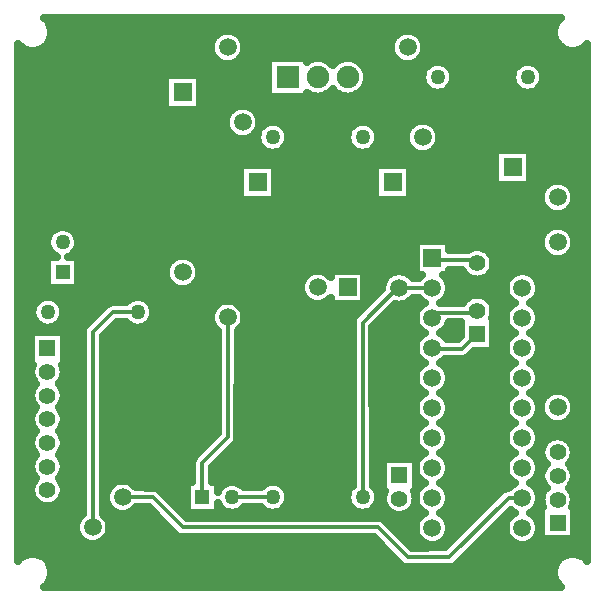
<source format=gbl>
G04 DipTrace 3.2.0.1*
G04 Bottom.gbl*
%MOIN*%
G04 #@! TF.FileFunction,Copper,L2,Bot*
G04 #@! TF.Part,Single*
G04 #@! TA.AperFunction,Conductor*
%ADD14C,0.012992*%
G04 #@! TA.AperFunction,CopperBalancing*
%ADD15C,0.025*%
G04 #@! TA.AperFunction,ComponentPad*
%ADD16R,0.055118X0.055118*%
%ADD17C,0.055118*%
%ADD18C,0.062992*%
%ADD19R,0.062992X0.062992*%
%ADD20C,0.05*%
%ADD21C,0.05*%
%ADD22R,0.059055X0.059055*%
%ADD23C,0.059055*%
%ADD24C,0.062992*%
%ADD25C,0.129921*%
%ADD26R,0.074803X0.074803*%
%ADD27C,0.074803*%
%ADD28R,0.05X0.05*%
%ADD29C,0.059055*%
%FSLAX26Y26*%
G04*
G70*
G90*
G75*
G01*
G04 Bottom*
%LPD*%
X1993701Y1843701D2*
D14*
X1843701Y1693701D1*
X1693701D1*
X1243701D1*
X1143701Y1493701D2*
Y1506345D1*
X1035894Y1614152D1*
X970100D1*
X887008Y1697244D1*
X2126421Y1541971D2*
X2105660D1*
X2008350Y1444661D1*
X1975411D1*
X1826421Y1541972D2*
Y1535629D1*
X1963184D1*
X1975411Y1523402D1*
X844252Y1360857D2*
X760857D1*
X693701Y1293701D1*
Y643701D1*
X1143701Y1343701D2*
Y943701D1*
X1059043Y859043D1*
Y743701D1*
X1826421Y1441972D2*
X1709390D1*
X1593701Y1326283D1*
Y743701D1*
X1293701D2*
X1159043D1*
X1826421Y1341972D2*
Y1359757D1*
X1969247D1*
X1975411Y1365921D1*
Y1287181D2*
X1973921D1*
X1924706Y1237966D1*
X1836869D1*
X1840875Y1241972D1*
X1826421D1*
X2126421Y741971D2*
X2081409D1*
X1883139Y543701D1*
X1743701D1*
X1643701Y643701D1*
X993701D1*
X893701Y743701D1*
X793701D1*
X553517Y2316962D2*
D15*
X2233889D1*
X558038Y2292093D2*
X1112975D1*
X1174421D2*
X1712994D1*
X1774404D2*
X2229368D1*
X552081Y2267224D2*
X1090368D1*
X1197028D2*
X1690351D1*
X1797047D2*
X2235324D1*
X448089Y2242356D2*
X456747D1*
X530658D2*
X1085200D1*
X1202195D2*
X1685184D1*
X1802214D2*
X2256711D1*
X2330681D2*
X2339317D1*
X448089Y2217487D2*
X1091695D1*
X1195700D2*
X1691679D1*
X1795719D2*
X2339317D1*
X448089Y2192618D2*
X1118214D1*
X1169181D2*
X1277324D1*
X1487295D2*
X1500093D1*
X1587304D2*
X1718197D1*
X1769201D2*
X1825132D1*
X1862285D2*
X2125124D1*
X2162276D2*
X2339317D1*
X448089Y2167749D2*
X1277324D1*
X1605390D2*
X1795671D1*
X1891745D2*
X2095663D1*
X2191737D2*
X2339317D1*
X448089Y2142881D2*
X933195D1*
X1054173D2*
X1277324D1*
X1610090D2*
X1789715D1*
X1897702D2*
X2089706D1*
X2197694D2*
X2339317D1*
X448089Y2118012D2*
X933195D1*
X1054173D2*
X1277324D1*
X1604708D2*
X1796569D1*
X1890812D2*
X2096560D1*
X2190840D2*
X2339317D1*
X448089Y2093143D2*
X933195D1*
X1054173D2*
X1277324D1*
X1485285D2*
X1502139D1*
X1585259D2*
X1831448D1*
X1855969D2*
X2131440D1*
X2155961D2*
X2339317D1*
X448089Y2068274D2*
X933195D1*
X1054173D2*
X2339317D1*
X448089Y2043406D2*
X933195D1*
X1054173D2*
X1165366D1*
X1222039D2*
X2339317D1*
X448089Y2018537D2*
X1141000D1*
X1246404D2*
X2339317D1*
X448089Y1993668D2*
X1135187D1*
X1252218D2*
X1278760D1*
X1308627D2*
X1578751D1*
X1608655D2*
X1765888D1*
X1821520D2*
X2339317D1*
X448089Y1968799D2*
X1141036D1*
X1341174D2*
X1546240D1*
X1641166D2*
X1741127D1*
X1846280D2*
X2339317D1*
X448089Y1943930D2*
X1165473D1*
X1221895D2*
X1239718D1*
X1347705D2*
X1539710D1*
X1647697D2*
X1735171D1*
X1852237D2*
X2339317D1*
X448089Y1919062D2*
X1245997D1*
X1341426D2*
X1545989D1*
X1641417D2*
X1740876D1*
X1846496D2*
X2339317D1*
X448089Y1894193D2*
X1277037D1*
X1310350D2*
X1577029D1*
X1610342D2*
X1764990D1*
X1822417D2*
X2033225D1*
X2154202D2*
X2339317D1*
X448089Y1869324D2*
X2033225D1*
X2154202D2*
X2339317D1*
X448089Y1844455D2*
X1183200D1*
X1304178D2*
X1633224D1*
X1754201D2*
X2033225D1*
X2154202D2*
X2339317D1*
X448089Y1819587D2*
X1183200D1*
X1304178D2*
X1633224D1*
X1754201D2*
X2033225D1*
X2154202D2*
X2339317D1*
X448089Y1794718D2*
X1183200D1*
X1304178D2*
X1633224D1*
X1754201D2*
X2033225D1*
X2154202D2*
X2218064D1*
X2269355D2*
X2339317D1*
X448089Y1769849D2*
X1183200D1*
X1304178D2*
X1633224D1*
X1754201D2*
X2191653D1*
X2295730D2*
X2339317D1*
X448089Y1744980D2*
X1183200D1*
X1304178D2*
X1633224D1*
X1754201D2*
X2185194D1*
X2302189D2*
X2339317D1*
X448089Y1720112D2*
X2190397D1*
X2297021D2*
X2339317D1*
X448089Y1695243D2*
X2213076D1*
X2274307D2*
X2339317D1*
X448089Y1670374D2*
X2339317D1*
X448089Y1645505D2*
X2219894D1*
X2267525D2*
X2339317D1*
X448089Y1620637D2*
X547332D1*
X640069D2*
X2192084D1*
X2295335D2*
X2339317D1*
X448089Y1595768D2*
X539761D1*
X647641D2*
X1767897D1*
X1884927D2*
X2185230D1*
X2302189D2*
X2339317D1*
X448089Y1570899D2*
X545036D1*
X642366D2*
X1767897D1*
X1884927D2*
X1947103D1*
X2003704D2*
X2190039D1*
X2297380D2*
X2339317D1*
X448089Y1546030D2*
X571734D1*
X615668D2*
X971196D1*
X1016207D2*
X1767897D1*
X2026993D2*
X2211784D1*
X2275634D2*
X2339317D1*
X448089Y1521161D2*
X539725D1*
X647677D2*
X942381D1*
X1045022D2*
X1767897D1*
X2031909D2*
X2339317D1*
X448089Y1496293D2*
X539725D1*
X647677D2*
X935240D1*
X1052163D2*
X1421902D1*
X1465513D2*
X1485166D1*
X1602232D2*
X1698497D1*
X1731810D2*
X1767897D1*
X1884927D2*
X1926146D1*
X2024660D2*
X2110232D1*
X2142612D2*
X2339317D1*
X448089Y1471424D2*
X539725D1*
X647677D2*
X939798D1*
X1047606D2*
X1392513D1*
X1602232D2*
X1664909D1*
X1876566D2*
X1958083D1*
X1992724D2*
X2076286D1*
X2176558D2*
X2339317D1*
X448089Y1446555D2*
X539725D1*
X647677D2*
X960933D1*
X1026470D2*
X1385264D1*
X1602232D2*
X1656800D1*
X1884748D2*
X2068104D1*
X2184740D2*
X2339317D1*
X448089Y1421686D2*
X1389678D1*
X1602232D2*
X1639934D1*
X1881124D2*
X2071693D1*
X2181151D2*
X2339317D1*
X448089Y1396818D2*
X504881D1*
X583623D2*
X804909D1*
X883615D2*
X1123417D1*
X1164014D2*
X1410526D1*
X1476853D2*
X1485166D1*
X1602232D2*
X1615066D1*
X1750649D2*
X1790755D1*
X1862069D2*
X1928551D1*
X2022256D2*
X2090747D1*
X2162061D2*
X2339317D1*
X448089Y1371949D2*
X491461D1*
X597044D2*
X722806D1*
X897036D2*
X1092808D1*
X1194587D2*
X1590199D1*
X1688533D2*
X1776581D1*
X2031622D2*
X2076609D1*
X2176235D2*
X2339317D1*
X448089Y1347080D2*
X492142D1*
X596362D2*
X697938D1*
X896354D2*
X1085272D1*
X1202123D2*
X1565582D1*
X1663666D2*
X1768148D1*
X2028572D2*
X2068140D1*
X2184704D2*
X2339317D1*
X448089Y1322211D2*
X507716D1*
X580788D2*
X673071D1*
X771369D2*
X807708D1*
X880780D2*
X1089471D1*
X1197925D2*
X1558226D1*
X1638798D2*
X1771485D1*
X1881339D2*
X1918862D1*
X2031945D2*
X2071513D1*
X2181331D2*
X2339317D1*
X448089Y1297343D2*
X658430D1*
X746502D2*
X1108202D1*
X1179193D2*
X1558226D1*
X1629181D2*
X1790073D1*
X1862787D2*
X1918862D1*
X2031945D2*
X2090065D1*
X2162779D2*
X2339317D1*
X448089Y1272474D2*
X486473D1*
X599592D2*
X658214D1*
X729205D2*
X1108202D1*
X1179193D2*
X1558226D1*
X1629181D2*
X1776940D1*
X1875921D2*
X1910070D1*
X2031945D2*
X2076932D1*
X2175912D2*
X2339317D1*
X448089Y1247605D2*
X486473D1*
X599592D2*
X658214D1*
X729205D2*
X1108202D1*
X1179193D2*
X1558226D1*
X1629181D2*
X1768184D1*
X2031945D2*
X2068176D1*
X2184668D2*
X2339317D1*
X448089Y1222736D2*
X486473D1*
X599592D2*
X658214D1*
X729205D2*
X1108202D1*
X1179193D2*
X1558226D1*
X1629181D2*
X1771306D1*
X1958634D2*
X2071298D1*
X2181546D2*
X2339317D1*
X448089Y1197867D2*
X486473D1*
X599592D2*
X658214D1*
X729205D2*
X1108202D1*
X1179193D2*
X1558226D1*
X1629181D2*
X1789392D1*
X1863469D2*
X2089383D1*
X2163461D2*
X2339317D1*
X448089Y1172999D2*
X487693D1*
X598372D2*
X658214D1*
X729205D2*
X1108202D1*
X1179193D2*
X1558226D1*
X1629181D2*
X1777263D1*
X1875562D2*
X2077290D1*
X2175553D2*
X2339317D1*
X448089Y1148130D2*
X488195D1*
X597869D2*
X658214D1*
X729205D2*
X1108202D1*
X1179193D2*
X1558226D1*
X1629181D2*
X1768256D1*
X1884605D2*
X2068248D1*
X2184596D2*
X2339317D1*
X448089Y1123261D2*
X502477D1*
X583587D2*
X658214D1*
X729205D2*
X1108202D1*
X1179193D2*
X1558226D1*
X1629181D2*
X1771127D1*
X1881734D2*
X2071118D1*
X2181726D2*
X2339317D1*
X448089Y1098392D2*
X488769D1*
X597331D2*
X658214D1*
X729205D2*
X1108202D1*
X1179193D2*
X1558226D1*
X1629181D2*
X1788710D1*
X1864115D2*
X2088738D1*
X2164106D2*
X2229081D1*
X2258338D2*
X2339317D1*
X448089Y1073524D2*
X487298D1*
X598766D2*
X658214D1*
X729205D2*
X1108202D1*
X1179193D2*
X1558226D1*
X1629181D2*
X1777622D1*
X1875203D2*
X2077649D1*
X2175195D2*
X2193771D1*
X2293612D2*
X2339317D1*
X448089Y1048655D2*
X498709D1*
X587355D2*
X658214D1*
X729205D2*
X1108202D1*
X1179193D2*
X1558226D1*
X1629181D2*
X1768292D1*
X1884533D2*
X2068319D1*
X2302009D2*
X2339317D1*
X448089Y1023786D2*
X490169D1*
X595896D2*
X658214D1*
X729205D2*
X1108202D1*
X1179193D2*
X1558226D1*
X1629181D2*
X1770947D1*
X1881913D2*
X2070939D1*
X2298564D2*
X2339317D1*
X448089Y998917D2*
X486724D1*
X599341D2*
X658214D1*
X729205D2*
X1108202D1*
X1179193D2*
X1558226D1*
X1629181D2*
X1788064D1*
X1864761D2*
X2088092D1*
X2164752D2*
X2207550D1*
X2279869D2*
X2339317D1*
X448089Y974049D2*
X495623D1*
X590441D2*
X658214D1*
X729205D2*
X1108202D1*
X1179193D2*
X1558226D1*
X1629181D2*
X1777981D1*
X1874844D2*
X2078008D1*
X2174836D2*
X2339317D1*
X448089Y949180D2*
X491999D1*
X594066D2*
X658214D1*
X729205D2*
X1100021D1*
X1179193D2*
X1558226D1*
X1629181D2*
X1768364D1*
X1884461D2*
X2068355D1*
X2184489D2*
X2339317D1*
X448089Y924311D2*
X486509D1*
X599592D2*
X658214D1*
X729205D2*
X1075153D1*
X1172878D2*
X1558226D1*
X1629181D2*
X1770768D1*
X1882093D2*
X2070760D1*
X2182084D2*
X2196641D1*
X2290742D2*
X2339317D1*
X448089Y899442D2*
X493111D1*
X592953D2*
X658214D1*
X729205D2*
X1050285D1*
X1148584D2*
X1558226D1*
X1629181D2*
X1787454D1*
X1865371D2*
X2087446D1*
X2165398D2*
X2187455D1*
X2299964D2*
X2339317D1*
X448089Y874574D2*
X494260D1*
X591841D2*
X658214D1*
X729205D2*
X1027427D1*
X1123716D2*
X1558226D1*
X1629181D2*
X1778375D1*
X1874485D2*
X2078367D1*
X2174477D2*
X2190649D1*
X2296770D2*
X2339317D1*
X448089Y849705D2*
X486580D1*
X599484D2*
X658214D1*
X729205D2*
X1023551D1*
X1098848D2*
X1558226D1*
X1629181D2*
X1659742D1*
X1884389D2*
X2068427D1*
X2184417D2*
X2199799D1*
X2287620D2*
X2339317D1*
X448089Y824836D2*
X491102D1*
X594963D2*
X658214D1*
X729205D2*
X1023551D1*
X1094542D2*
X1558226D1*
X1629181D2*
X1659742D1*
X1882272D2*
X2070580D1*
X2299354D2*
X2339317D1*
X448089Y799967D2*
X496987D1*
X589078D2*
X658214D1*
X729205D2*
X1023551D1*
X1094542D2*
X1558226D1*
X1629181D2*
X1659742D1*
X1772861D2*
X1786844D1*
X1865981D2*
X2086872D1*
X2165972D2*
X2189285D1*
X2298134D2*
X2339317D1*
X448089Y775098D2*
X486975D1*
X599125D2*
X658214D1*
X729205D2*
X744803D1*
X906330D2*
X1005035D1*
X1337012D2*
X1550403D1*
X1637004D2*
X1659742D1*
X1874090D2*
X2078762D1*
X2174082D2*
X2203639D1*
X2283744D2*
X2339317D1*
X448089Y750230D2*
X489451D1*
X596613D2*
X658214D1*
X936329D2*
X1005035D1*
X1347275D2*
X1540140D1*
X1647267D2*
X1660855D1*
X1884317D2*
X2040509D1*
X2298421D2*
X2339317D1*
X448089Y725361D2*
X507214D1*
X578851D2*
X658214D1*
X729205D2*
X738272D1*
X961197D2*
X1005035D1*
X1344332D2*
X1543083D1*
X1644324D2*
X1661608D1*
X1882416D2*
X2015641D1*
X2299139D2*
X2339317D1*
X448089Y700492D2*
X658214D1*
X729205D2*
X755532D1*
X831870D2*
X887766D1*
X986064D2*
X1005035D1*
X1113023D2*
X1128548D1*
X1189564D2*
X1263186D1*
X1324201D2*
X1563178D1*
X1624193D2*
X1676285D1*
X1756354D2*
X1786270D1*
X1866591D2*
X1990774D1*
X2166582D2*
X2187132D1*
X2300251D2*
X2339317D1*
X448089Y675623D2*
X645153D1*
X742231D2*
X912633D1*
X1654515D2*
X1779129D1*
X1873696D2*
X1965906D1*
X2064205D2*
X2079121D1*
X2173723D2*
X2187132D1*
X2300251D2*
X2339317D1*
X448089Y650755D2*
X635643D1*
X751777D2*
X937501D1*
X1685806D2*
X1768579D1*
X1884246D2*
X1941038D1*
X2039337D2*
X2068607D1*
X2300251D2*
X2339317D1*
X448089Y625886D2*
X638083D1*
X749301D2*
X962369D1*
X1710674D2*
X1770265D1*
X1882595D2*
X1916171D1*
X2014469D2*
X2070257D1*
X2300251D2*
X2339317D1*
X448089Y601017D2*
X654913D1*
X732471D2*
X1637243D1*
X1735542D2*
X1785696D1*
X1867129D2*
X1891303D1*
X1989602D2*
X2085687D1*
X2167157D2*
X2339317D1*
X448089Y576148D2*
X1662110D1*
X1964734D2*
X2339317D1*
X448089Y551280D2*
X468638D1*
X518781D2*
X1686978D1*
X1939866D2*
X2268625D1*
X2318767D2*
X2339317D1*
X548672Y526411D2*
X1711846D1*
X1914998D2*
X2238698D1*
X557536Y501542D2*
X2229870D1*
X555670Y476673D2*
X2231736D1*
X541675Y451805D2*
X2245695D1*
X2023484Y1341232D2*
X2029462D1*
Y1233130D1*
X1966557D1*
X1946130Y1212881D1*
X1941942Y1209839D1*
X1937330Y1207489D1*
X1932407Y1205889D1*
X1927294Y1205079D1*
X1868476Y1204978D1*
X1862803Y1199375D1*
X1855691Y1194208D1*
X1851854Y1191885D1*
X1859349Y1187292D1*
X1866033Y1181583D1*
X1871742Y1174899D1*
X1876335Y1167404D1*
X1879699Y1159282D1*
X1881751Y1150735D1*
X1882441Y1141971D1*
X1881751Y1133208D1*
X1879699Y1124660D1*
X1876335Y1116539D1*
X1871742Y1109044D1*
X1866033Y1102359D1*
X1859349Y1096650D1*
X1851682Y1091978D1*
X1859349Y1087292D1*
X1866033Y1081583D1*
X1871742Y1074899D1*
X1876335Y1067404D1*
X1879699Y1059282D1*
X1881751Y1050735D1*
X1882441Y1041971D1*
X1881751Y1033208D1*
X1879699Y1024660D1*
X1876335Y1016539D1*
X1871742Y1009044D1*
X1866033Y1002359D1*
X1859349Y996650D1*
X1851682Y991978D1*
X1859349Y987293D1*
X1866033Y981584D1*
X1871742Y974900D1*
X1876335Y967405D1*
X1879699Y959283D1*
X1881751Y950736D1*
X1882441Y941972D1*
X1881751Y933209D1*
X1879699Y924661D1*
X1876335Y916540D1*
X1871742Y909045D1*
X1866033Y902361D1*
X1859349Y896652D1*
X1851682Y891979D1*
X1859349Y887292D1*
X1866033Y881583D1*
X1871742Y874899D1*
X1876335Y867404D1*
X1879699Y859282D1*
X1881751Y850735D1*
X1882441Y841971D1*
X1881751Y833208D1*
X1879699Y824660D1*
X1876335Y816539D1*
X1871742Y809044D1*
X1866033Y802359D1*
X1859349Y796650D1*
X1851682Y791978D1*
X1859349Y787292D1*
X1866033Y781583D1*
X1871742Y774899D1*
X1876335Y767404D1*
X1879699Y759282D1*
X1881751Y750735D1*
X1882441Y741971D1*
X1881751Y733208D1*
X1879699Y724660D1*
X1876335Y716539D1*
X1871742Y709044D1*
X1866033Y702359D1*
X1859349Y696650D1*
X1851682Y691978D1*
X1859349Y687293D1*
X1866033Y681584D1*
X1871742Y674900D1*
X1876335Y667405D1*
X1879699Y659283D1*
X1881751Y650736D1*
X1882441Y641972D1*
X1881751Y633209D1*
X1879699Y624661D1*
X1876335Y616540D1*
X1871742Y609045D1*
X1866033Y602361D1*
X1859349Y596652D1*
X1851854Y592059D1*
X1843732Y588695D1*
X1835185Y586642D1*
X1826421Y585953D1*
X1817658Y586642D1*
X1809110Y588695D1*
X1800989Y592059D1*
X1793494Y596652D1*
X1786809Y602361D1*
X1781100Y609045D1*
X1776507Y616540D1*
X1773143Y624661D1*
X1771091Y633209D1*
X1770402Y641972D1*
X1771091Y650736D1*
X1773143Y659283D1*
X1776507Y667405D1*
X1781100Y674900D1*
X1786809Y681584D1*
X1793494Y687293D1*
X1801160Y691965D1*
X1793494Y696650D1*
X1786809Y702359D1*
X1781100Y709044D1*
X1776507Y716539D1*
X1773143Y724660D1*
X1771091Y733208D1*
X1770402Y741971D1*
X1771091Y750735D1*
X1773143Y759282D1*
X1776507Y767404D1*
X1781100Y774899D1*
X1786809Y781583D1*
X1793494Y787292D1*
X1801160Y791964D1*
X1793494Y796650D1*
X1786809Y802359D1*
X1781100Y809044D1*
X1776507Y816539D1*
X1773143Y824660D1*
X1771091Y833208D1*
X1770402Y841971D1*
X1771091Y850735D1*
X1773143Y859282D1*
X1776507Y867404D1*
X1781100Y874899D1*
X1786809Y881583D1*
X1793494Y887292D1*
X1801160Y891964D1*
X1793494Y896652D1*
X1786809Y902361D1*
X1781100Y909045D1*
X1776507Y916540D1*
X1773143Y924661D1*
X1771091Y933209D1*
X1770402Y941972D1*
X1771091Y950736D1*
X1773143Y959283D1*
X1776507Y967405D1*
X1781100Y974900D1*
X1786809Y981584D1*
X1793494Y987293D1*
X1801160Y991965D1*
X1793494Y996650D1*
X1786809Y1002359D1*
X1781100Y1009044D1*
X1776507Y1016539D1*
X1773143Y1024660D1*
X1771091Y1033208D1*
X1770402Y1041971D1*
X1771091Y1050735D1*
X1773143Y1059282D1*
X1776507Y1067404D1*
X1781100Y1074899D1*
X1786809Y1081583D1*
X1793494Y1087292D1*
X1801160Y1091964D1*
X1793494Y1096650D1*
X1786809Y1102359D1*
X1781100Y1109044D1*
X1776507Y1116539D1*
X1773143Y1124660D1*
X1771091Y1133208D1*
X1770402Y1141971D1*
X1771091Y1150735D1*
X1773143Y1159282D1*
X1776507Y1167404D1*
X1781100Y1174899D1*
X1786809Y1181583D1*
X1793494Y1187292D1*
X1801160Y1191964D1*
X1793494Y1196652D1*
X1786809Y1202361D1*
X1781100Y1209045D1*
X1776507Y1216540D1*
X1773143Y1224661D1*
X1771091Y1233209D1*
X1770402Y1241972D1*
X1771091Y1250736D1*
X1773143Y1259283D1*
X1776507Y1267405D1*
X1781100Y1274900D1*
X1786809Y1281584D1*
X1793494Y1287293D1*
X1801160Y1291965D1*
X1793494Y1296652D1*
X1786809Y1302361D1*
X1781100Y1309045D1*
X1776507Y1316540D1*
X1773143Y1324661D1*
X1771091Y1333209D1*
X1770402Y1341972D1*
X1771091Y1350736D1*
X1773143Y1359283D1*
X1776507Y1367405D1*
X1781100Y1374900D1*
X1786809Y1381584D1*
X1793494Y1387293D1*
X1801160Y1391965D1*
X1793494Y1396652D1*
X1786809Y1402361D1*
X1781154Y1408977D1*
X1760358Y1408984D1*
X1754764Y1402477D1*
X1748080Y1396768D1*
X1740585Y1392175D1*
X1732463Y1388811D1*
X1723916Y1386759D1*
X1715152Y1386070D1*
X1706389Y1386759D1*
X1701760Y1387706D1*
X1626678Y1312609D1*
X1626689Y783248D1*
X1632856Y777142D1*
X1637605Y770605D1*
X1641273Y763406D1*
X1643770Y755721D1*
X1645034Y747741D1*
Y739661D1*
X1643770Y731680D1*
X1641273Y723996D1*
X1637605Y716796D1*
X1632856Y710259D1*
X1627142Y704546D1*
X1620605Y699797D1*
X1613406Y696128D1*
X1605721Y693631D1*
X1597741Y692367D1*
X1589661D1*
X1581680Y693631D1*
X1573996Y696128D1*
X1566796Y699797D1*
X1560259Y704546D1*
X1554546Y710259D1*
X1549797Y716796D1*
X1546128Y723996D1*
X1543631Y731680D1*
X1542367Y739661D1*
Y747741D1*
X1543631Y755721D1*
X1546128Y763406D1*
X1549797Y770605D1*
X1554546Y777142D1*
X1560718Y783217D1*
X1560814Y1328872D1*
X1561624Y1333984D1*
X1563224Y1338908D1*
X1565574Y1343520D1*
X1568616Y1347708D1*
X1615845Y1395080D1*
X1659260Y1438495D1*
X1659305Y1446484D1*
X1660680Y1455167D1*
X1663397Y1463527D1*
X1667388Y1471359D1*
X1672555Y1478471D1*
X1678770Y1484687D1*
X1685882Y1489854D1*
X1693714Y1493845D1*
X1702075Y1496561D1*
X1710757Y1497936D1*
X1719547D1*
X1728230Y1496561D1*
X1736590Y1493845D1*
X1744422Y1489854D1*
X1751534Y1484687D1*
X1757750Y1478471D1*
X1760502Y1474974D1*
X1781122Y1474961D1*
X1786809Y1481584D1*
X1791780Y1485942D1*
X1770402Y1485953D1*
Y1597992D1*
X1882441D1*
Y1568603D1*
X1945808Y1568617D1*
X1950872Y1571562D1*
X1958708Y1574807D1*
X1966955Y1576787D1*
X1975411Y1577453D1*
X1983866Y1576787D1*
X1992113Y1574807D1*
X1999949Y1571562D1*
X2007181Y1567130D1*
X2013631Y1561622D1*
X2019139Y1555172D1*
X2023571Y1547940D1*
X2026816Y1540104D1*
X2028796Y1531857D1*
X2029462Y1523402D1*
X2028796Y1514946D1*
X2026816Y1506699D1*
X2023571Y1498863D1*
X2019139Y1491631D1*
X2013631Y1485182D1*
X2007181Y1479673D1*
X1999949Y1475242D1*
X1992113Y1471996D1*
X1983866Y1470016D1*
X1975411Y1469350D1*
X1966955Y1470016D1*
X1958708Y1471996D1*
X1950872Y1475242D1*
X1943640Y1479673D1*
X1937191Y1485182D1*
X1931682Y1491631D1*
X1927251Y1498863D1*
X1925509Y1502642D1*
X1882408Y1502640D1*
X1882441Y1485953D1*
X1861090D1*
X1866033Y1481584D1*
X1871742Y1474900D1*
X1876335Y1467405D1*
X1879699Y1459283D1*
X1881751Y1450736D1*
X1882441Y1441972D1*
X1881751Y1433209D1*
X1879699Y1424661D1*
X1876335Y1416540D1*
X1871742Y1409045D1*
X1866033Y1402361D1*
X1859349Y1396652D1*
X1853068Y1392739D1*
X1928512Y1392745D1*
X1931682Y1397692D1*
X1937191Y1404141D1*
X1943640Y1409650D1*
X1950872Y1414081D1*
X1958708Y1417327D1*
X1966955Y1419307D1*
X1975411Y1419972D1*
X1983866Y1419307D1*
X1992113Y1417327D1*
X1999949Y1414081D1*
X2007181Y1409650D1*
X2013631Y1404141D1*
X2019139Y1397692D1*
X2023571Y1390460D1*
X2026816Y1382624D1*
X2028796Y1374377D1*
X2029462Y1365921D1*
X2028796Y1357466D1*
X2026816Y1349219D1*
X2023482Y1341223D1*
X1921360Y1281251D2*
Y1326752D1*
X1880362Y1326769D1*
X1878177Y1320535D1*
X1874186Y1312702D1*
X1869019Y1305591D1*
X1862803Y1299375D1*
X1855691Y1294208D1*
X1851854Y1291886D1*
X1859349Y1287293D1*
X1866033Y1281584D1*
X1871742Y1274900D1*
X1874345Y1270958D1*
X1911041Y1270954D1*
X1921349Y1281261D1*
X2291774Y711531D2*
X2297752D1*
Y603429D1*
X2189650D1*
Y711531D1*
X2195541Y711682D1*
X2192295Y719518D1*
X2190315Y727765D1*
X2189650Y736220D1*
X2190315Y744676D1*
X2192295Y752923D1*
X2195541Y760759D1*
X2199972Y767991D1*
X2205481Y774440D1*
X2206686Y775555D1*
X2202600Y779857D1*
X2197615Y786719D1*
X2193764Y794276D1*
X2191143Y802343D1*
X2189816Y810720D1*
Y819201D1*
X2191143Y827579D1*
X2193764Y835645D1*
X2197615Y843202D1*
X2202600Y850064D1*
X2206686Y854295D1*
X2202600Y858597D1*
X2197615Y865459D1*
X2193764Y873016D1*
X2191143Y881083D1*
X2189816Y889460D1*
Y897942D1*
X2191143Y906319D1*
X2193764Y914385D1*
X2197615Y921942D1*
X2202600Y928804D1*
X2208597Y934802D1*
X2215459Y939787D1*
X2223016Y943638D1*
X2231083Y946259D1*
X2239460Y947585D1*
X2247942D1*
X2256319Y946259D1*
X2264385Y943638D1*
X2271942Y939787D1*
X2278804Y934802D1*
X2284802Y928804D1*
X2289787Y921942D1*
X2293638Y914385D1*
X2296259Y906319D1*
X2297585Y897942D1*
Y889460D1*
X2296259Y881083D1*
X2293638Y873016D1*
X2289787Y865459D1*
X2284802Y858597D1*
X2280716Y854367D1*
X2284802Y850064D1*
X2289787Y843202D1*
X2293638Y835645D1*
X2296259Y827579D1*
X2297585Y819201D1*
Y810720D1*
X2296259Y802343D1*
X2293638Y794276D1*
X2289787Y786719D1*
X2284802Y779857D1*
X2280716Y775627D1*
X2284802Y771324D1*
X2289787Y764462D1*
X2293638Y756905D1*
X2296259Y748838D1*
X2297585Y740461D1*
Y731980D1*
X2296259Y723602D1*
X2293638Y715536D1*
X2291772Y711523D1*
X1194899Y1851689D2*
X1301689D1*
Y1735713D1*
X1185713D1*
Y1851689D1*
X1194899D1*
X1895034Y2139661D2*
X1893770Y2131680D1*
X1891273Y2123996D1*
X1887605Y2116796D1*
X1882856Y2110259D1*
X1877142Y2104546D1*
X1870605Y2099797D1*
X1863406Y2096128D1*
X1855721Y2093631D1*
X1847741Y2092367D1*
X1839661D1*
X1831680Y2093631D1*
X1823996Y2096128D1*
X1816796Y2099797D1*
X1810259Y2104546D1*
X1804546Y2110259D1*
X1799797Y2116796D1*
X1796128Y2123996D1*
X1793631Y2131680D1*
X1792367Y2139661D1*
Y2147741D1*
X1793631Y2155721D1*
X1796128Y2163406D1*
X1799797Y2170605D1*
X1804546Y2177142D1*
X1810259Y2182856D1*
X1816796Y2187605D1*
X1823996Y2191273D1*
X1831680Y2193770D1*
X1839661Y2195034D1*
X1847741D1*
X1855721Y2193770D1*
X1863406Y2191273D1*
X1870605Y2187605D1*
X1877142Y2182856D1*
X1882856Y2177142D1*
X1887605Y2170605D1*
X1891273Y2163406D1*
X1893770Y2155721D1*
X1895034Y2147741D1*
Y2139661D1*
X2195034D2*
X2193770Y2131680D1*
X2191273Y2123996D1*
X2187605Y2116796D1*
X2182856Y2110259D1*
X2177142Y2104546D1*
X2170605Y2099797D1*
X2163406Y2096128D1*
X2155721Y2093631D1*
X2147741Y2092367D1*
X2139661D1*
X2131680Y2093631D1*
X2123996Y2096128D1*
X2116796Y2099797D1*
X2110259Y2104546D1*
X2104546Y2110259D1*
X2099797Y2116796D1*
X2096128Y2123996D1*
X2093631Y2131680D1*
X2092367Y2139661D1*
Y2147741D1*
X2093631Y2155721D1*
X2096128Y2163406D1*
X2099797Y2170605D1*
X2104546Y2177142D1*
X2110259Y2182856D1*
X2116796Y2187605D1*
X2123996Y2191273D1*
X2131680Y2193770D1*
X2139661Y2195034D1*
X2147741D1*
X2155721Y2193770D1*
X2163406Y2191273D1*
X2170605Y2187605D1*
X2177142Y2182856D1*
X2182856Y2177142D1*
X2187605Y2170605D1*
X2191273Y2163406D1*
X2193770Y2155721D1*
X2195034Y2147741D1*
Y2139661D1*
X2044899Y1901689D2*
X2151689D1*
Y1785713D1*
X2035713D1*
Y1901689D1*
X2044899D1*
X1645034Y1939661D2*
X1643770Y1931680D1*
X1641273Y1923996D1*
X1637605Y1916796D1*
X1632856Y1910259D1*
X1627142Y1904546D1*
X1620605Y1899797D1*
X1613406Y1896128D1*
X1605721Y1893631D1*
X1597741Y1892367D1*
X1589661D1*
X1581680Y1893631D1*
X1573996Y1896128D1*
X1566796Y1899797D1*
X1560259Y1904546D1*
X1554546Y1910259D1*
X1549797Y1916796D1*
X1546128Y1923996D1*
X1543631Y1931680D1*
X1542367Y1939661D1*
Y1947741D1*
X1543631Y1955721D1*
X1546128Y1963406D1*
X1549797Y1970605D1*
X1554546Y1977142D1*
X1560259Y1982856D1*
X1566796Y1987605D1*
X1573996Y1991273D1*
X1581680Y1993770D1*
X1589661Y1995034D1*
X1597741D1*
X1605721Y1993770D1*
X1613406Y1991273D1*
X1620605Y1987605D1*
X1627142Y1982856D1*
X1632856Y1977142D1*
X1637605Y1970605D1*
X1641273Y1963406D1*
X1643770Y1955721D1*
X1645034Y1947741D1*
Y1939661D1*
X1345034D2*
X1343770Y1931680D1*
X1341273Y1923996D1*
X1337605Y1916796D1*
X1332856Y1910259D1*
X1327142Y1904546D1*
X1320605Y1899797D1*
X1313406Y1896128D1*
X1305721Y1893631D1*
X1297741Y1892367D1*
X1289661D1*
X1281680Y1893631D1*
X1273996Y1896128D1*
X1266796Y1899797D1*
X1260259Y1904546D1*
X1254546Y1910259D1*
X1249797Y1916796D1*
X1246128Y1923996D1*
X1243631Y1931680D1*
X1242367Y1939661D1*
Y1947741D1*
X1243631Y1955721D1*
X1246128Y1963406D1*
X1249797Y1970605D1*
X1254546Y1977142D1*
X1260259Y1982856D1*
X1266796Y1987605D1*
X1273996Y1991273D1*
X1281680Y1993770D1*
X1289661Y1995034D1*
X1297741D1*
X1305721Y1993770D1*
X1313406Y1991273D1*
X1320605Y1987605D1*
X1327142Y1982856D1*
X1332856Y1977142D1*
X1337605Y1970605D1*
X1341273Y1963406D1*
X1343770Y1955721D1*
X1345034Y1947741D1*
Y1939661D1*
Y739661D2*
X1343770Y731680D1*
X1341273Y723996D1*
X1337605Y716796D1*
X1332856Y710259D1*
X1327142Y704546D1*
X1320605Y699797D1*
X1313406Y696128D1*
X1305721Y693631D1*
X1297741Y692367D1*
X1289661D1*
X1281680Y693631D1*
X1273996Y696128D1*
X1266796Y699797D1*
X1260259Y704546D1*
X1254184Y710718D1*
X1198572Y710713D1*
X1192485Y704546D1*
X1185948Y699797D1*
X1178748Y696128D1*
X1171064Y693631D1*
X1163083Y692367D1*
X1155003D1*
X1147023Y693631D1*
X1139338Y696128D1*
X1132139Y699797D1*
X1125602Y704546D1*
X1119888Y710259D1*
X1115139Y716796D1*
X1111471Y723996D1*
X1110536Y726529D1*
Y692208D1*
X1007551D1*
Y795193D1*
X1026032D1*
X1026157Y861632D1*
X1026967Y866744D1*
X1028566Y871667D1*
X1030916Y876280D1*
X1033959Y880467D1*
X1081187Y927840D1*
X1110697Y957350D1*
X1110712Y1298416D1*
X1104089Y1304089D1*
X1098380Y1310773D1*
X1093787Y1318268D1*
X1090423Y1326390D1*
X1088371Y1334937D1*
X1087681Y1343701D1*
X1088371Y1352464D1*
X1090423Y1361012D1*
X1093787Y1369133D1*
X1098380Y1376628D1*
X1104089Y1383313D1*
X1110773Y1389022D1*
X1118268Y1393615D1*
X1126390Y1396979D1*
X1134937Y1399031D1*
X1143701Y1399720D1*
X1152464Y1399031D1*
X1161012Y1396979D1*
X1169133Y1393615D1*
X1176628Y1389022D1*
X1183313Y1383313D1*
X1189022Y1376628D1*
X1193615Y1369133D1*
X1196979Y1361012D1*
X1199031Y1352464D1*
X1199720Y1343701D1*
X1199031Y1334937D1*
X1196979Y1326390D1*
X1193615Y1318268D1*
X1189022Y1310773D1*
X1183313Y1304089D1*
X1176696Y1298433D1*
X1176587Y941113D1*
X1175778Y936000D1*
X1174178Y931077D1*
X1171828Y926464D1*
X1168785Y922277D1*
X1121557Y874904D1*
X1092047Y845395D1*
X1092032Y795205D1*
X1110536Y795193D1*
Y760995D1*
X1113163Y767078D1*
X1117385Y773967D1*
X1122633Y780111D1*
X1128777Y785359D1*
X1135666Y789581D1*
X1143131Y792673D1*
X1150988Y794559D1*
X1159043Y795193D1*
X1167098Y794559D1*
X1174955Y792673D1*
X1182420Y789581D1*
X1189310Y785359D1*
X1195454Y780111D1*
X1198560Y776683D1*
X1254172Y776689D1*
X1260259Y782856D1*
X1266796Y787605D1*
X1273996Y791273D1*
X1281680Y793770D1*
X1289661Y795034D1*
X1297741D1*
X1305721Y793770D1*
X1313406Y791273D1*
X1320605Y787605D1*
X1327142Y782856D1*
X1332856Y777142D1*
X1337605Y770605D1*
X1341273Y763406D1*
X1343770Y755721D1*
X1345034Y747741D1*
Y739661D1*
X595585Y1356817D2*
X594321Y1348836D1*
X591824Y1341152D1*
X588156Y1333952D1*
X583407Y1327415D1*
X577693Y1321702D1*
X571157Y1316953D1*
X563957Y1313284D1*
X556273Y1310788D1*
X548292Y1309524D1*
X540212D1*
X532231Y1310788D1*
X524547Y1313284D1*
X517347Y1316953D1*
X510811Y1321702D1*
X505097Y1327415D1*
X500348Y1333952D1*
X496679Y1341152D1*
X494183Y1348836D1*
X492919Y1356817D1*
Y1364897D1*
X494183Y1372878D1*
X496679Y1380562D1*
X500348Y1387762D1*
X505097Y1394298D1*
X510811Y1400012D1*
X517347Y1404761D1*
X524547Y1408429D1*
X532231Y1410926D1*
X540212Y1412190D1*
X548292D1*
X556273Y1410926D1*
X563957Y1408429D1*
X571157Y1404761D1*
X577693Y1400012D1*
X583407Y1394298D1*
X588156Y1387762D1*
X591824Y1380562D1*
X594321Y1372878D1*
X595585Y1364897D1*
Y1356817D1*
X895585D2*
X894321Y1348836D1*
X891824Y1341152D1*
X888156Y1333952D1*
X883407Y1327415D1*
X877693Y1321702D1*
X871157Y1316953D1*
X863957Y1313284D1*
X856273Y1310788D1*
X848292Y1309524D1*
X840212D1*
X832231Y1310788D1*
X824547Y1313284D1*
X817347Y1316953D1*
X810811Y1321702D1*
X804735Y1327874D1*
X774529Y1327869D1*
X726711Y1280059D1*
X726689Y688945D1*
X733313Y683313D1*
X739022Y676628D1*
X743615Y669133D1*
X746979Y661012D1*
X749031Y652464D1*
X749720Y643701D1*
X749031Y634937D1*
X746979Y626390D1*
X743615Y618268D1*
X739022Y610773D1*
X733313Y604089D1*
X726628Y598380D1*
X719133Y593787D1*
X711012Y590423D1*
X702464Y588371D1*
X693701Y587681D1*
X684937Y588371D1*
X676390Y590423D1*
X668268Y593787D1*
X660773Y598380D1*
X654089Y604089D1*
X648380Y610773D1*
X643787Y618268D1*
X640423Y626390D1*
X638371Y634937D1*
X637681Y643701D1*
X638371Y652464D1*
X640423Y661012D1*
X643787Y669133D1*
X648380Y676628D1*
X654089Y683313D1*
X660706Y688968D1*
X660814Y1296289D1*
X661624Y1301402D1*
X663224Y1306325D1*
X665574Y1310937D1*
X668616Y1315125D1*
X715845Y1362497D1*
X739433Y1385941D1*
X743621Y1388984D1*
X748233Y1391334D1*
X753156Y1392934D1*
X758269Y1393744D1*
X804743Y1393845D1*
X807842Y1397267D1*
X813986Y1402515D1*
X820875Y1406737D1*
X828340Y1409829D1*
X836197Y1411715D1*
X844252Y1412349D1*
X852307Y1411715D1*
X860164Y1409829D1*
X867629Y1406737D1*
X874518Y1402515D1*
X880662Y1397267D1*
X885910Y1391123D1*
X890132Y1384234D1*
X893224Y1376769D1*
X895110Y1368912D1*
X895744Y1360857D1*
X895585Y1356817D1*
X1496868Y1499720D2*
X1599721D1*
Y1387681D1*
X1487681D1*
Y1409032D1*
X1483313Y1404089D1*
X1476628Y1398380D1*
X1469133Y1393787D1*
X1461012Y1390423D1*
X1452464Y1388371D1*
X1443701Y1387681D1*
X1434937Y1388371D1*
X1426390Y1390423D1*
X1418268Y1393787D1*
X1410773Y1398380D1*
X1404089Y1404089D1*
X1398380Y1410773D1*
X1393787Y1418268D1*
X1390423Y1426390D1*
X1388371Y1434937D1*
X1387681Y1443701D1*
X1388371Y1452464D1*
X1390423Y1461012D1*
X1393787Y1469133D1*
X1398380Y1476628D1*
X1404089Y1483313D1*
X1410773Y1489022D1*
X1418268Y1493615D1*
X1426390Y1496979D1*
X1434937Y1499031D1*
X1443701Y1499720D1*
X1452464Y1499031D1*
X1461012Y1496979D1*
X1469133Y1493615D1*
X1476628Y1489022D1*
X1483313Y1483313D1*
X1487671Y1478342D1*
X1487681Y1499720D1*
X1496868D1*
X1644899Y1851689D2*
X1751689D1*
Y1735713D1*
X1635713D1*
Y1851689D1*
X1644899D1*
X944899Y2151689D2*
X1051689D1*
Y2035712D1*
X935713D1*
Y2151689D1*
X944899D1*
X498169Y1294421D2*
X597085D1*
Y1186319D1*
X591194Y1186169D1*
X594440Y1178333D1*
X596420Y1170085D1*
X597085Y1161630D1*
X596420Y1153174D1*
X594440Y1144927D1*
X591194Y1137091D1*
X586762Y1129859D1*
X581254Y1123410D1*
X580049Y1122296D1*
X584135Y1117993D1*
X589120Y1111131D1*
X592971Y1103574D1*
X595592Y1095508D1*
X596919Y1087131D1*
Y1078649D1*
X595592Y1070272D1*
X592971Y1062205D1*
X589120Y1054648D1*
X584135Y1047786D1*
X580049Y1043556D1*
X584135Y1039253D1*
X589120Y1032391D1*
X592971Y1024834D1*
X595592Y1016768D1*
X596919Y1008390D1*
Y999909D1*
X595592Y991532D1*
X592971Y983465D1*
X589120Y975908D1*
X584135Y969046D1*
X580049Y964816D1*
X584135Y960513D1*
X589120Y953651D1*
X592971Y946094D1*
X595592Y938027D1*
X596919Y929650D1*
Y921169D1*
X595592Y912791D1*
X592971Y904725D1*
X589120Y897168D1*
X584135Y890306D1*
X580049Y886075D1*
X584135Y881773D1*
X589120Y874911D1*
X592971Y867354D1*
X595592Y859287D1*
X596919Y850910D1*
Y842428D1*
X595592Y834051D1*
X592971Y825985D1*
X589120Y818428D1*
X584135Y811566D1*
X580049Y807335D1*
X584135Y803033D1*
X589120Y796171D1*
X592971Y788614D1*
X595592Y780547D1*
X596919Y772170D1*
Y763688D1*
X595592Y755311D1*
X592971Y747245D1*
X589120Y739687D1*
X584135Y732826D1*
X578138Y726828D1*
X571276Y721843D1*
X563719Y717992D1*
X555652Y715371D1*
X547275Y714045D1*
X538793D1*
X530416Y715371D1*
X522350Y717992D1*
X514792Y721843D1*
X507931Y726828D1*
X501933Y732826D1*
X496948Y739687D1*
X493097Y747245D1*
X490476Y755311D1*
X489150Y763688D1*
Y772170D1*
X490476Y780547D1*
X493097Y788614D1*
X496948Y796171D1*
X501933Y803033D1*
X506019Y807263D1*
X501933Y811566D1*
X496948Y818428D1*
X493097Y825985D1*
X490476Y834051D1*
X489150Y842428D1*
Y850910D1*
X490476Y859287D1*
X493097Y867354D1*
X496948Y874911D1*
X501933Y881773D1*
X506019Y886003D1*
X501933Y890306D1*
X496948Y897168D1*
X493097Y904725D1*
X490476Y912791D1*
X489150Y921169D1*
Y929650D1*
X490476Y938027D1*
X493097Y946094D1*
X496948Y953651D1*
X501933Y960513D1*
X506019Y964743D1*
X501933Y969046D1*
X496948Y975908D1*
X493097Y983465D1*
X490476Y991532D1*
X489150Y999909D1*
Y1008390D1*
X490476Y1016768D1*
X493097Y1024834D1*
X496948Y1032391D1*
X501933Y1039253D1*
X506019Y1043484D1*
X501933Y1047786D1*
X496948Y1054648D1*
X493097Y1062205D1*
X490476Y1070272D1*
X489150Y1078649D1*
Y1087131D1*
X490476Y1095508D1*
X493097Y1103574D1*
X496948Y1111131D1*
X501933Y1117993D1*
X506019Y1122224D1*
X501933Y1126526D1*
X496948Y1133388D1*
X493097Y1140945D1*
X490476Y1149012D1*
X489150Y1157389D1*
Y1165871D1*
X490476Y1174248D1*
X493097Y1182314D1*
X494963Y1186328D1*
X488983Y1186319D1*
Y1294421D1*
X498169D1*
X2341819Y2254922D2*
X2337431Y2249971D1*
X2330052Y2243668D1*
X2321777Y2238598D1*
X2312812Y2234884D1*
X2303375Y2232618D1*
X2293701Y2231857D1*
X2284026Y2232618D1*
X2274590Y2234884D1*
X2265624Y2238598D1*
X2257350Y2243668D1*
X2249971Y2249971D1*
X2243668Y2257350D1*
X2238598Y2265624D1*
X2234884Y2274590D1*
X2232618Y2284026D1*
X2231857Y2293701D1*
X2232618Y2303375D1*
X2234884Y2312812D1*
X2238598Y2321777D1*
X2243668Y2330052D1*
X2249971Y2337431D1*
X2254922Y2341819D1*
X532526Y2341831D1*
X537431Y2337431D1*
X543733Y2330052D1*
X548804Y2321777D1*
X552518Y2312812D1*
X554783Y2303375D1*
X555545Y2293701D1*
X554783Y2284026D1*
X552518Y2274590D1*
X548804Y2265624D1*
X543733Y2257350D1*
X537431Y2249971D1*
X530052Y2243668D1*
X521777Y2238598D1*
X512812Y2234884D1*
X503375Y2232618D1*
X493701Y2231857D1*
X484026Y2232618D1*
X474590Y2234884D1*
X465624Y2238598D1*
X457350Y2243668D1*
X449971Y2249971D1*
X445582Y2254922D1*
X445571Y532526D1*
X449971Y537431D1*
X457350Y543733D1*
X465624Y548804D1*
X474590Y552518D1*
X484026Y554783D1*
X493701Y555545D1*
X503375Y554783D1*
X512812Y552518D1*
X521777Y548804D1*
X530052Y543733D1*
X537431Y537431D1*
X543733Y530052D1*
X548804Y521777D1*
X552518Y512812D1*
X554783Y503375D1*
X555545Y493701D1*
X554783Y484026D1*
X552518Y474590D1*
X548804Y465624D1*
X543733Y457350D1*
X537431Y449971D1*
X532480Y445582D1*
X2254875Y445571D1*
X2249971Y449971D1*
X2243668Y457350D1*
X2238598Y465624D1*
X2234884Y474590D1*
X2232618Y484026D1*
X2231857Y493701D1*
X2232618Y503375D1*
X2234884Y512812D1*
X2238598Y521777D1*
X2243668Y530052D1*
X2249971Y537431D1*
X2257350Y543733D1*
X2265624Y548804D1*
X2274590Y552518D1*
X2284026Y554783D1*
X2293701Y555545D1*
X2303375Y554783D1*
X2312812Y552518D1*
X2321777Y548804D1*
X2330052Y543733D1*
X2337431Y537431D1*
X2341819Y532480D1*
X2341831Y2254875D1*
X1288994Y2207594D2*
X1407595D1*
Y2196434D1*
X1414694Y2200630D1*
X1423957Y2204467D1*
X1433706Y2206808D1*
X1443701Y2207594D1*
X1453696Y2206808D1*
X1463445Y2204467D1*
X1472708Y2200630D1*
X1481257Y2195392D1*
X1488880Y2188880D1*
X1493681Y2183427D1*
X1498521Y2188880D1*
X1506145Y2195392D1*
X1514694Y2200630D1*
X1523957Y2204467D1*
X1533706Y2206808D1*
X1543701Y2207594D1*
X1553696Y2206808D1*
X1563445Y2204467D1*
X1572708Y2200630D1*
X1581257Y2195392D1*
X1588880Y2188880D1*
X1595392Y2181257D1*
X1600630Y2172708D1*
X1604467Y2163445D1*
X1606808Y2153696D1*
X1607594Y2143701D1*
X1606808Y2133706D1*
X1604467Y2123957D1*
X1600630Y2114694D1*
X1595392Y2106145D1*
X1588880Y2098521D1*
X1581257Y2092010D1*
X1572708Y2086771D1*
X1563445Y2082934D1*
X1553696Y2080594D1*
X1543701Y2079807D1*
X1533706Y2080594D1*
X1523957Y2082934D1*
X1514694Y2086771D1*
X1506145Y2092010D1*
X1498521Y2098521D1*
X1493720Y2103975D1*
X1488880Y2098521D1*
X1481257Y2092010D1*
X1472708Y2086771D1*
X1463445Y2082934D1*
X1453696Y2080594D1*
X1443701Y2079807D1*
X1433706Y2080594D1*
X1423957Y2082934D1*
X1414694Y2086771D1*
X1407595Y2091041D1*
Y2079807D1*
X1279807D1*
Y2207594D1*
X1288994D1*
X2182268Y1437576D2*
X2180893Y1428894D1*
X2178177Y1420533D1*
X2174186Y1412701D1*
X2169019Y1405589D1*
X2162803Y1399373D1*
X2155691Y1394206D1*
X2151854Y1391885D1*
X2159349Y1387292D1*
X2166033Y1381583D1*
X2171742Y1374899D1*
X2176335Y1367404D1*
X2179699Y1359282D1*
X2181751Y1350735D1*
X2182441Y1341971D1*
X2181751Y1333208D1*
X2179699Y1324660D1*
X2176335Y1316539D1*
X2171742Y1309044D1*
X2166033Y1302359D1*
X2159349Y1296650D1*
X2151682Y1291978D1*
X2159349Y1287293D1*
X2166033Y1281584D1*
X2171742Y1274900D1*
X2176335Y1267405D1*
X2179699Y1259283D1*
X2181751Y1250736D1*
X2182441Y1241972D1*
X2181751Y1233209D1*
X2179699Y1224661D1*
X2176335Y1216540D1*
X2171742Y1209045D1*
X2166033Y1202361D1*
X2159349Y1196652D1*
X2151682Y1191979D1*
X2159349Y1187292D1*
X2166033Y1181583D1*
X2171742Y1174899D1*
X2176335Y1167404D1*
X2179699Y1159282D1*
X2181751Y1150735D1*
X2182441Y1141971D1*
X2181751Y1133208D1*
X2179699Y1124660D1*
X2176335Y1116539D1*
X2171742Y1109044D1*
X2166033Y1102359D1*
X2159349Y1096650D1*
X2151682Y1091978D1*
X2159349Y1087292D1*
X2166033Y1081583D1*
X2171742Y1074899D1*
X2176335Y1067404D1*
X2179699Y1059282D1*
X2181751Y1050735D1*
X2182441Y1041971D1*
X2181751Y1033208D1*
X2179699Y1024660D1*
X2176335Y1016539D1*
X2171742Y1009044D1*
X2166033Y1002359D1*
X2159349Y996650D1*
X2151682Y991978D1*
X2159349Y987293D1*
X2166033Y981584D1*
X2171742Y974900D1*
X2176335Y967405D1*
X2179699Y959283D1*
X2181751Y950736D1*
X2182441Y941972D1*
X2181751Y933209D1*
X2179699Y924661D1*
X2176335Y916540D1*
X2171742Y909045D1*
X2166033Y902361D1*
X2159349Y896652D1*
X2151682Y891979D1*
X2159349Y887292D1*
X2166033Y881583D1*
X2171742Y874899D1*
X2176335Y867404D1*
X2179699Y859282D1*
X2181751Y850735D1*
X2182441Y841971D1*
X2181751Y833208D1*
X2179699Y824660D1*
X2176335Y816539D1*
X2171742Y809044D1*
X2166033Y802359D1*
X2159349Y796650D1*
X2151682Y791978D1*
X2159349Y787292D1*
X2166033Y781583D1*
X2171742Y774899D1*
X2176335Y767404D1*
X2179699Y759282D1*
X2181751Y750735D1*
X2182441Y741971D1*
X2181751Y733208D1*
X2179699Y724660D1*
X2176335Y716539D1*
X2171742Y709044D1*
X2166033Y702359D1*
X2159349Y696650D1*
X2151682Y691978D1*
X2159349Y687293D1*
X2166033Y681584D1*
X2171742Y674900D1*
X2176335Y667405D1*
X2179699Y659283D1*
X2181751Y650736D1*
X2182441Y641972D1*
X2181751Y633209D1*
X2179699Y624661D1*
X2176335Y616540D1*
X2171742Y609045D1*
X2166033Y602361D1*
X2159349Y596652D1*
X2151854Y592059D1*
X2143732Y588695D1*
X2135185Y586642D1*
X2126421Y585953D1*
X2117658Y586642D1*
X2109110Y588695D1*
X2100989Y592059D1*
X2093494Y596652D1*
X2086809Y602361D1*
X2081100Y609045D1*
X2076507Y616540D1*
X2073143Y624661D1*
X2071091Y633209D1*
X2070402Y641972D1*
X2071091Y650736D1*
X2073143Y659283D1*
X2076507Y667405D1*
X2081100Y674900D1*
X2086809Y681584D1*
X2093494Y687293D1*
X2101160Y691965D1*
X2093494Y696650D1*
X2087655Y701578D1*
X1904563Y518616D1*
X1900375Y515574D1*
X1895763Y513224D1*
X1890840Y511624D1*
X1885727Y510814D1*
X1818835Y510712D1*
X1741113Y510814D1*
X1736000Y511624D1*
X1731077Y513224D1*
X1726464Y515574D1*
X1722277Y518616D1*
X1674904Y565845D1*
X1630018Y610731D1*
X991113Y610814D1*
X986000Y611624D1*
X981077Y613224D1*
X976464Y615574D1*
X972277Y618616D1*
X924904Y665845D1*
X880018Y710731D1*
X838977Y710712D1*
X833313Y704089D1*
X826628Y698380D1*
X819133Y693787D1*
X811012Y690423D1*
X802464Y688371D1*
X793701Y687681D1*
X784937Y688371D1*
X776390Y690423D1*
X768268Y693787D1*
X760773Y698380D1*
X754089Y704089D1*
X748380Y710773D1*
X743787Y718268D1*
X740423Y726390D1*
X738371Y734937D1*
X737681Y743701D1*
X738371Y752464D1*
X740423Y761012D1*
X743787Y769133D1*
X748380Y776628D1*
X754089Y783313D1*
X760773Y789022D1*
X768268Y793615D1*
X776390Y796979D1*
X784937Y799031D1*
X793701Y799720D1*
X802464Y799031D1*
X811012Y796979D1*
X819133Y793615D1*
X826628Y789022D1*
X833313Y783313D1*
X838968Y776696D1*
X896289Y776587D1*
X901402Y775778D1*
X906325Y774178D1*
X910937Y771828D1*
X915125Y768785D1*
X962497Y721557D1*
X1007384Y676670D1*
X1646289Y676587D1*
X1651402Y675778D1*
X1656325Y674178D1*
X1660937Y671828D1*
X1665125Y668785D1*
X1712497Y621557D1*
X1757384Y576670D1*
X1869475Y576689D1*
X2059985Y767056D1*
X2064173Y770098D1*
X2068785Y772448D1*
X2073708Y774048D1*
X2078831Y774858D1*
X2083824Y778353D1*
X2090039Y784569D1*
X2097151Y789736D1*
X2100989Y792057D1*
X2093494Y796650D1*
X2086809Y802359D1*
X2081100Y809044D1*
X2076507Y816539D1*
X2073143Y824660D1*
X2071091Y833208D1*
X2070402Y841971D1*
X2071091Y850735D1*
X2073143Y859282D1*
X2076507Y867404D1*
X2081100Y874899D1*
X2086809Y881583D1*
X2093494Y887292D1*
X2101160Y891964D1*
X2093494Y896652D1*
X2086809Y902361D1*
X2081100Y909045D1*
X2076507Y916540D1*
X2073143Y924661D1*
X2071091Y933209D1*
X2070402Y941972D1*
X2071091Y950736D1*
X2073143Y959283D1*
X2076507Y967405D1*
X2081100Y974900D1*
X2086809Y981584D1*
X2093494Y987293D1*
X2101160Y991965D1*
X2093494Y996650D1*
X2086809Y1002359D1*
X2081100Y1009044D1*
X2076507Y1016539D1*
X2073143Y1024660D1*
X2071091Y1033208D1*
X2070402Y1041971D1*
X2071091Y1050735D1*
X2073143Y1059282D1*
X2076507Y1067404D1*
X2081100Y1074899D1*
X2086809Y1081583D1*
X2093494Y1087292D1*
X2101160Y1091964D1*
X2093494Y1096650D1*
X2086809Y1102359D1*
X2081100Y1109044D1*
X2076507Y1116539D1*
X2073143Y1124660D1*
X2071091Y1133208D1*
X2070402Y1141971D1*
X2071091Y1150735D1*
X2073143Y1159282D1*
X2076507Y1167404D1*
X2081100Y1174899D1*
X2086809Y1181583D1*
X2093494Y1187292D1*
X2101160Y1191964D1*
X2093494Y1196652D1*
X2086809Y1202361D1*
X2081100Y1209045D1*
X2076507Y1216540D1*
X2073143Y1224661D1*
X2071091Y1233209D1*
X2070402Y1241972D1*
X2071091Y1250736D1*
X2073143Y1259283D1*
X2076507Y1267405D1*
X2081100Y1274900D1*
X2086809Y1281584D1*
X2093494Y1287293D1*
X2101160Y1291965D1*
X2093494Y1296650D1*
X2086809Y1302359D1*
X2081100Y1309044D1*
X2076507Y1316539D1*
X2073143Y1324660D1*
X2071091Y1333208D1*
X2070402Y1341971D1*
X2071091Y1350735D1*
X2073143Y1359282D1*
X2076507Y1367404D1*
X2081100Y1374899D1*
X2086809Y1381583D1*
X2093494Y1387292D1*
X2101160Y1391964D1*
X2093494Y1396650D1*
X2086809Y1402359D1*
X2081100Y1409044D1*
X2076507Y1416539D1*
X2073143Y1424660D1*
X2071091Y1433208D1*
X2070402Y1441971D1*
X2071091Y1450735D1*
X2073143Y1459282D1*
X2076507Y1467404D1*
X2081100Y1474899D1*
X2086809Y1481583D1*
X2093494Y1487292D1*
X2100989Y1491885D1*
X2109110Y1495249D1*
X2117658Y1497301D1*
X2126421Y1497991D1*
X2135185Y1497301D1*
X2143732Y1495249D1*
X2151854Y1491885D1*
X2159349Y1487292D1*
X2166033Y1481583D1*
X2171742Y1474899D1*
X2176335Y1467404D1*
X2179699Y1459282D1*
X2181751Y1450735D1*
X2182441Y1441971D1*
X2182268Y1437576D1*
X645034Y1589661D2*
X643770Y1581680D1*
X641273Y1573996D1*
X637605Y1566796D1*
X632856Y1560259D1*
X627142Y1554546D1*
X620605Y1549797D1*
X613406Y1546128D1*
X610872Y1545194D1*
X645193Y1545193D1*
Y1442208D1*
X542209D1*
Y1545193D1*
X576406D1*
X570324Y1547821D1*
X563434Y1552043D1*
X557290Y1557290D1*
X552043Y1563434D1*
X547821Y1570324D1*
X544729Y1577789D1*
X542843Y1585646D1*
X542209Y1593701D1*
X542843Y1601756D1*
X544729Y1609613D1*
X547821Y1617078D1*
X552043Y1623967D1*
X557290Y1630111D1*
X563434Y1635359D1*
X570324Y1639581D1*
X577789Y1642673D1*
X585646Y1644559D1*
X593701Y1645193D1*
X601756Y1644559D1*
X609613Y1642673D1*
X617078Y1639581D1*
X623967Y1635359D1*
X630111Y1630111D1*
X635359Y1623967D1*
X639581Y1617078D1*
X642673Y1609613D1*
X644559Y1601756D1*
X645193Y1593701D1*
X645034Y1589661D1*
X2299548Y1739306D2*
X2298173Y1730623D1*
X2295456Y1722263D1*
X2291465Y1714431D1*
X2286298Y1707319D1*
X2280083Y1701103D1*
X2272971Y1695936D1*
X2265139Y1691945D1*
X2256778Y1689229D1*
X2248096Y1687854D1*
X2239306D1*
X2230623Y1689229D1*
X2222263Y1691945D1*
X2214431Y1695936D1*
X2207319Y1701103D1*
X2201103Y1707319D1*
X2195936Y1714431D1*
X2191945Y1722263D1*
X2189229Y1730623D1*
X2187854Y1739306D1*
Y1748096D1*
X2189229Y1756778D1*
X2191945Y1765139D1*
X2195936Y1772971D1*
X2201103Y1780083D1*
X2207319Y1786298D1*
X2214431Y1791465D1*
X2222263Y1795456D1*
X2230623Y1798173D1*
X2239306Y1799548D1*
X2248096D1*
X2256778Y1798173D1*
X2265139Y1795456D1*
X2272971Y1791465D1*
X2280083Y1786298D1*
X2286298Y1780083D1*
X2291465Y1772971D1*
X2295456Y1765139D1*
X2298173Y1756778D1*
X2299548Y1748096D1*
Y1739306D1*
Y1589306D2*
X2298173Y1580623D1*
X2295456Y1572263D1*
X2291465Y1564431D1*
X2286298Y1557319D1*
X2280083Y1551103D1*
X2272971Y1545936D1*
X2265139Y1541945D1*
X2256778Y1539229D1*
X2248096Y1537854D1*
X2239306D1*
X2230623Y1539229D1*
X2222263Y1541945D1*
X2214431Y1545936D1*
X2207319Y1551103D1*
X2201103Y1557319D1*
X2195936Y1564431D1*
X2191945Y1572263D1*
X2189229Y1580623D1*
X2187854Y1589306D1*
Y1598096D1*
X2189229Y1606778D1*
X2191945Y1615139D1*
X2195936Y1622971D1*
X2201103Y1630083D1*
X2207319Y1636298D1*
X2214431Y1641465D1*
X2222263Y1645456D1*
X2230623Y1648173D1*
X2239306Y1649548D1*
X2248096D1*
X2256778Y1648173D1*
X2265139Y1645456D1*
X2272971Y1641465D1*
X2280083Y1636298D1*
X2286298Y1630083D1*
X2291465Y1622971D1*
X2295456Y1615139D1*
X2298173Y1606778D1*
X2299548Y1598096D1*
Y1589306D1*
X1049548Y1489306D2*
X1048173Y1480623D1*
X1045456Y1472263D1*
X1041465Y1464431D1*
X1036298Y1457319D1*
X1030083Y1451103D1*
X1022971Y1445936D1*
X1015139Y1441945D1*
X1006778Y1439229D1*
X998096Y1437854D1*
X989306D1*
X980623Y1439229D1*
X972263Y1441945D1*
X964431Y1445936D1*
X957319Y1451103D1*
X951103Y1457319D1*
X945936Y1464431D1*
X941945Y1472263D1*
X939229Y1480623D1*
X937854Y1489306D1*
Y1498096D1*
X939229Y1506778D1*
X941945Y1515139D1*
X945936Y1522971D1*
X951103Y1530083D1*
X957319Y1536298D1*
X964431Y1541465D1*
X972263Y1545456D1*
X980623Y1548173D1*
X989306Y1549548D1*
X998096D1*
X1006778Y1548173D1*
X1015139Y1545456D1*
X1022971Y1541465D1*
X1030083Y1536298D1*
X1036298Y1530083D1*
X1041465Y1522971D1*
X1045456Y1515139D1*
X1048173Y1506778D1*
X1049548Y1498096D1*
Y1489306D1*
X2299548Y1039306D2*
X2298173Y1030623D1*
X2295456Y1022263D1*
X2291465Y1014431D1*
X2286298Y1007319D1*
X2280083Y1001103D1*
X2272971Y995936D1*
X2265139Y991945D1*
X2256778Y989229D1*
X2248096Y987854D1*
X2239306D1*
X2230623Y989229D1*
X2222263Y991945D1*
X2214431Y995936D1*
X2207319Y1001103D1*
X2201103Y1007319D1*
X2195936Y1014431D1*
X2191945Y1022263D1*
X2189229Y1030623D1*
X2187854Y1039306D1*
Y1048096D1*
X2189229Y1056778D1*
X2191945Y1065139D1*
X2195936Y1072971D1*
X2201103Y1080083D1*
X2207319Y1086298D1*
X2214431Y1091465D1*
X2222263Y1095456D1*
X2230623Y1098173D1*
X2239306Y1099548D1*
X2248096D1*
X2256778Y1098173D1*
X2265139Y1095456D1*
X2272971Y1091465D1*
X2280083Y1086298D1*
X2286298Y1080083D1*
X2291465Y1072971D1*
X2295456Y1065139D1*
X2298173Y1056778D1*
X2299548Y1048096D1*
Y1039306D1*
X1199548Y2239306D2*
X1198173Y2230623D1*
X1195456Y2222263D1*
X1191465Y2214431D1*
X1186298Y2207319D1*
X1180083Y2201103D1*
X1172971Y2195936D1*
X1165139Y2191945D1*
X1156778Y2189229D1*
X1148096Y2187854D1*
X1139306D1*
X1130623Y2189229D1*
X1122263Y2191945D1*
X1114431Y2195936D1*
X1107319Y2201103D1*
X1101103Y2207319D1*
X1095936Y2214431D1*
X1091945Y2222263D1*
X1089229Y2230623D1*
X1087854Y2239306D1*
Y2248096D1*
X1089229Y2256778D1*
X1091945Y2265139D1*
X1095936Y2272971D1*
X1101103Y2280083D1*
X1107319Y2286298D1*
X1114431Y2291465D1*
X1122263Y2295456D1*
X1130623Y2298173D1*
X1139306Y2299548D1*
X1148096D1*
X1156778Y2298173D1*
X1165139Y2295456D1*
X1172971Y2291465D1*
X1180083Y2286298D1*
X1186298Y2280083D1*
X1191465Y2272971D1*
X1195456Y2265139D1*
X1198173Y2256778D1*
X1199548Y2248096D1*
Y2239306D1*
X1799548D2*
X1798173Y2230623D1*
X1795456Y2222263D1*
X1791465Y2214431D1*
X1786298Y2207319D1*
X1780083Y2201103D1*
X1772971Y2195936D1*
X1765139Y2191945D1*
X1756778Y2189229D1*
X1748096Y2187854D1*
X1739306D1*
X1730623Y2189229D1*
X1722263Y2191945D1*
X1714431Y2195936D1*
X1707319Y2201103D1*
X1701103Y2207319D1*
X1695936Y2214431D1*
X1691945Y2222263D1*
X1689229Y2230623D1*
X1687854Y2239306D1*
Y2248096D1*
X1689229Y2256778D1*
X1691945Y2265139D1*
X1695936Y2272971D1*
X1701103Y2280083D1*
X1707319Y2286298D1*
X1714431Y2291465D1*
X1722263Y2295456D1*
X1730623Y2298173D1*
X1739306Y2299548D1*
X1748096D1*
X1756778Y2298173D1*
X1765139Y2295456D1*
X1772971Y2291465D1*
X1780083Y2286298D1*
X1786298Y2280083D1*
X1791465Y2272971D1*
X1795456Y2265139D1*
X1798173Y2256778D1*
X1799548Y2248096D1*
Y2239306D1*
X1849548Y1939306D2*
X1848173Y1930623D1*
X1845456Y1922263D1*
X1841465Y1914431D1*
X1836298Y1907319D1*
X1830083Y1901103D1*
X1822971Y1895936D1*
X1815139Y1891945D1*
X1806778Y1889229D1*
X1798096Y1887854D1*
X1789306D1*
X1780623Y1889229D1*
X1772263Y1891945D1*
X1764431Y1895936D1*
X1757319Y1901103D1*
X1751103Y1907319D1*
X1745936Y1914431D1*
X1741945Y1922263D1*
X1739229Y1930623D1*
X1737854Y1939306D1*
Y1948096D1*
X1739229Y1956778D1*
X1741945Y1965139D1*
X1745936Y1972971D1*
X1751103Y1980083D1*
X1757319Y1986298D1*
X1764431Y1991465D1*
X1772263Y1995456D1*
X1780623Y1998173D1*
X1789306Y1999548D1*
X1798096D1*
X1806778Y1998173D1*
X1815139Y1995456D1*
X1822971Y1991465D1*
X1830083Y1986298D1*
X1836298Y1980083D1*
X1841465Y1972971D1*
X1845456Y1965139D1*
X1848173Y1956778D1*
X1849548Y1948096D1*
Y1939306D1*
X1249548Y1989306D2*
X1248173Y1980623D1*
X1245456Y1972263D1*
X1241465Y1964431D1*
X1236298Y1957319D1*
X1230083Y1951103D1*
X1222971Y1945936D1*
X1215139Y1941945D1*
X1206778Y1939229D1*
X1198096Y1937854D1*
X1189306D1*
X1180623Y1939229D1*
X1172263Y1941945D1*
X1164431Y1945936D1*
X1157319Y1951103D1*
X1151103Y1957319D1*
X1145936Y1964431D1*
X1141945Y1972263D1*
X1139229Y1980623D1*
X1137854Y1989306D1*
Y1998096D1*
X1139229Y2006778D1*
X1141945Y2015139D1*
X1145936Y2022971D1*
X1151103Y2030083D1*
X1157319Y2036298D1*
X1164431Y2041465D1*
X1172263Y2045456D1*
X1180623Y2048173D1*
X1189306Y2049548D1*
X1198096D1*
X1206778Y2048173D1*
X1215139Y2045456D1*
X1222971Y2041465D1*
X1230083Y2036298D1*
X1236298Y2030083D1*
X1241465Y2022971D1*
X1245456Y2015139D1*
X1248173Y2006778D1*
X1249548Y1998096D1*
Y1989306D1*
X1671445Y872178D2*
X1770361D1*
Y764076D1*
X1764470Y763926D1*
X1767715Y756090D1*
X1769695Y747843D1*
X1770361Y739387D1*
X1769695Y730932D1*
X1767715Y722684D1*
X1764470Y714848D1*
X1760038Y707617D1*
X1754530Y701167D1*
X1748080Y695659D1*
X1740848Y691227D1*
X1733012Y687981D1*
X1724765Y686001D1*
X1716310Y685336D1*
X1707854Y686001D1*
X1699607Y687981D1*
X1691771Y691227D1*
X1684539Y695659D1*
X1678090Y701167D1*
X1672581Y707617D1*
X1668150Y714848D1*
X1664904Y722684D1*
X1662924Y730932D1*
X1662259Y739387D1*
X1662924Y747843D1*
X1664904Y756090D1*
X1668239Y764085D1*
X1662259Y764076D1*
Y872178D1*
X1671445D1*
D16*
X1975411Y1287181D3*
D17*
Y1365921D3*
Y1444661D3*
Y1523402D3*
D16*
X2243701Y657480D3*
D17*
Y736220D3*
Y814961D3*
Y893701D3*
D18*
X1243701Y1693701D3*
D19*
Y1793701D3*
D20*
X1843701Y2143701D3*
D21*
X2143701D3*
D18*
X1993701Y1843701D3*
D19*
X2093701D3*
D20*
X1593701Y1943701D3*
D21*
X1293701D3*
D20*
X1593701Y743701D3*
D21*
X1293701D3*
D20*
X544252Y1360857D3*
D21*
X844252D3*
D22*
X1543701Y1443701D3*
D23*
X1443701D3*
X1343701D3*
D19*
X1693701Y1793701D3*
D18*
Y1693701D3*
D19*
X993701Y2093701D3*
D24*
Y1995276D3*
Y1916535D3*
Y1818110D3*
D25*
X887008Y2214567D3*
Y1697244D3*
D16*
X543034Y1240370D3*
D17*
Y1161630D3*
Y1082890D3*
Y1004150D3*
Y925409D3*
Y846669D3*
Y767929D3*
Y689189D3*
D26*
X1343701Y2143701D3*
D27*
X1443701D3*
X1543701D3*
D22*
X1826421Y1541972D3*
D23*
Y1441972D3*
Y1341972D3*
Y1241972D3*
Y1141971D3*
Y1041971D3*
Y941972D3*
Y841971D3*
Y741971D3*
Y641972D3*
X2126421Y1541971D3*
Y1441971D3*
Y1341971D3*
Y1241972D3*
Y1141971D3*
Y1041971D3*
Y941972D3*
Y841971D3*
Y741971D3*
Y641972D3*
D20*
X1159043Y743701D3*
D28*
X1059043D3*
D20*
X593701Y1593701D3*
D28*
Y1493701D3*
D29*
X1143701Y1343701D3*
Y1493701D3*
X2243701Y1743701D3*
Y1593701D3*
X993701Y1343701D3*
Y1493701D3*
X2243701Y1043701D3*
X1715152Y1442089D3*
X1143701Y2243701D3*
X793701Y743701D3*
X693701Y643701D3*
X1038508Y1609948D3*
X1743701Y2243701D3*
X2127038Y1666509D3*
X1978433Y1664441D3*
X1893701Y2043701D3*
X1793701Y1943701D3*
X1193701Y1993701D3*
D16*
X1716310Y818127D3*
D17*
Y739387D3*
M02*

</source>
